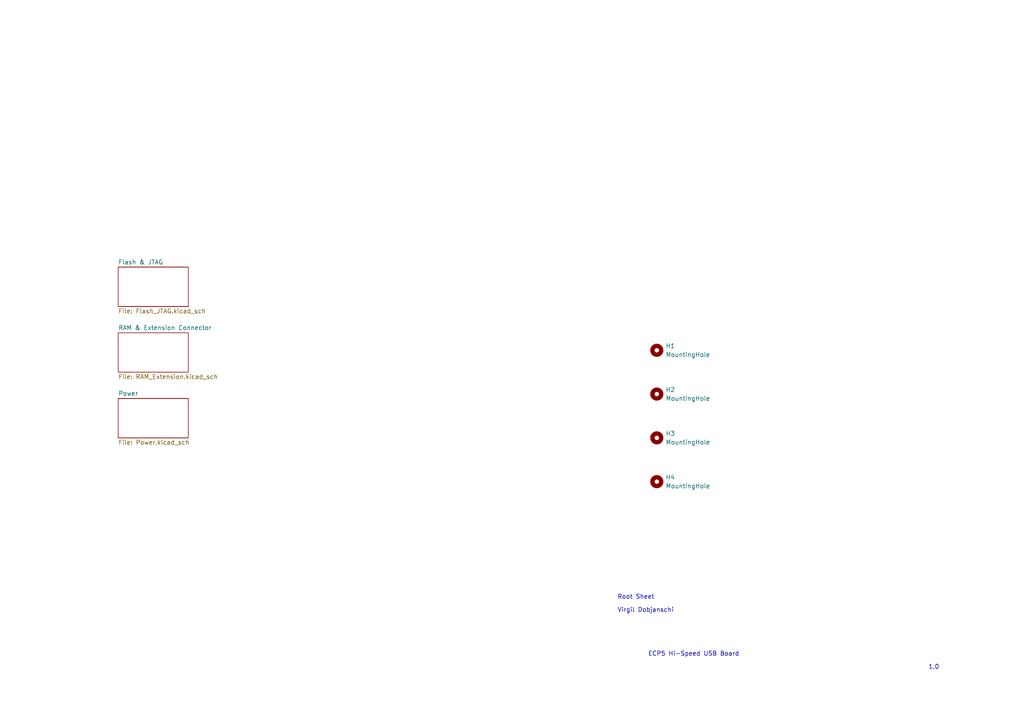
<source format=kicad_sch>
(kicad_sch (version 20230121) (generator eeschema)
  (paper "A4")
  (lib_symbols
    (symbol "Mechanical:MountingHole" (pin_names (offset 1.016))
      (property "Reference" "H" (at 0 5.08 0))
      (property "Value" "MountingHole" (at 0 3.175 0))
      (symbol "MountingHole_0_1"
        (circle (center 0 0) (radius 1.27) (stroke (width 1.27)))
      )
    )
  )
  (text "ECP5 Hi-Speed USB Board" (at 187.96 190.5 0) (effects (font (size 1.27 1.27)) (justify left bottom)))
  (text "Root Sheet" (at 179.07 173.99 0) (effects (font (size 1.27 1.27)) (justify left bottom)))
  (text "Virgil Dobjanschi" (at 179.07 177.8 0) (effects (font (size 1.27 1.27)) (justify left bottom)))
  (text "1.0" (at 269.24 194.31 0) (effects (font (size 1.27 1.27)) (justify left bottom)))
  (symbol (lib_id "Mechanical:MountingHole") (at 190.5 139.7 0) (unit 1) (in_bom no)
    (property "Reference" "H4" (at 193.04 138.4299 0) (effects (justify left)))
    (property "Value" "MountingHole" (at 193.04 140.9699 0) (effects (justify left)))
    (property "Footprint" "MountingHole:MountingHole_3.2mm_M3" (effects hide))
  )
  (symbol (lib_id "Mechanical:MountingHole") (at 190.5 101.6 0) (unit 1) (in_bom no)
    (property "Reference" "H1" (at 193.04 100.3299 0) (effects (justify left)))
    (property "Value" "MountingHole" (at 193.04 102.8699 0) (effects (justify left)))
    (property "Footprint" "MountingHole:MountingHole_3.2mm_M3" (effects hide))
  )
  (symbol (lib_id "Mechanical:MountingHole") (at 190.5 114.3 0) (unit 1) (in_bom no)
    (property "Reference" "H2" (at 193.04 113.0299 0) (effects (justify left)))
    (property "Value" "MountingHole" (at 193.04 115.5699 0) (effects (justify left)))
    (property "Footprint" "MountingHole:MountingHole_3.2mm_M3" (effects hide))
  )
  (symbol (lib_id "Mechanical:MountingHole") (at 190.5 127 0) (unit 1) (in_bom no)
    (property "Reference" "H3" (at 193.04 125.7299 0) (effects (justify left)))
    (property "Value" "MountingHole" (at 193.04 128.2699 0) (effects (justify left)))
    (property "Footprint" "MountingHole:MountingHole_3.2mm_M3" (effects hide))
  )
  (sheet (at 34.29 96.52) (size 20.32 11.43) (stroke (width 0.1524))
    (property "Sheetname" "RAM & Extension Connector" (at 34.29 95.8084 0) (effects (justify left bottom)))
    (property "Sheetfile" "RAM_Extension.kicad_sch" (at 34.29 108.5346 0) (effects (justify left top)))
  )
  (sheet (at 34.29 77.47) (size 20.32 11.43) (stroke (width 0.1524))
    (property "Sheetname" "Flash & JTAG" (at 34.29 76.7584 0) (effects (justify left bottom)))
    (property "Sheetfile" "Flash_JTAG.kicad_sch" (at 34.29 89.4846 0) (effects (justify left top)))
  )
  (sheet (at 34.29 115.57) (size 20.32 11.43) (stroke (width 0.1524))
    (property "Sheetname" "Power" (at 34.29 114.8584 0) (effects (justify left bottom)))
    (property "Sheetfile" "Power.kicad_sch" (at 34.29 127.5846 0) (effects (justify left top)))
  )
)
</source>
